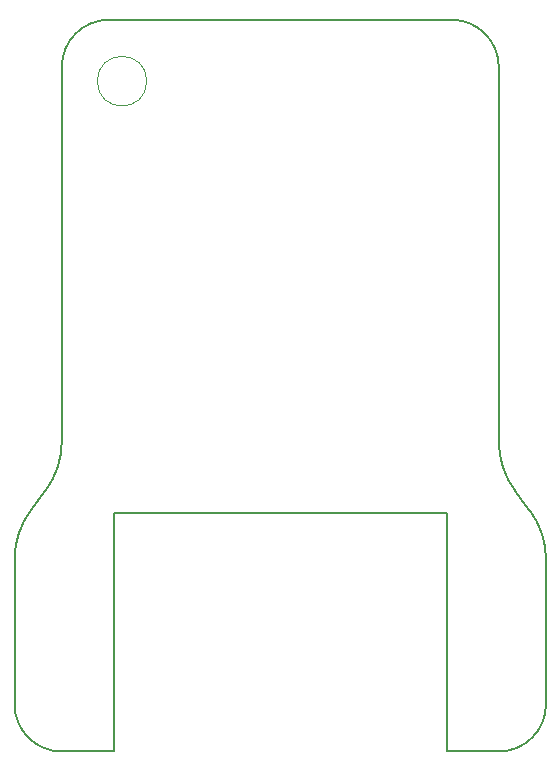
<source format=gbr>
%TF.GenerationSoftware,KiCad,Pcbnew,9.0.6*%
%TF.CreationDate,2025-11-04T19:28:31-06:00*%
%TF.ProjectId,PD_Board_v3,50445f42-6f61-4726-945f-76332e6b6963,rev?*%
%TF.SameCoordinates,Original*%
%TF.FileFunction,Profile,NP*%
%FSLAX46Y46*%
G04 Gerber Fmt 4.6, Leading zero omitted, Abs format (unit mm)*
G04 Created by KiCad (PCBNEW 9.0.6) date 2025-11-04 19:28:31*
%MOMM*%
%LPD*%
G01*
G04 APERTURE LIST*
%TA.AperFunction,Profile*%
%ADD10C,0.200000*%
%TD*%
%TA.AperFunction,Profile*%
%ADD11C,0.100000*%
%TD*%
G04 APERTURE END LIST*
D10*
X163400002Y-87700001D02*
G75*
G02*
X162000001Y-83500001I5599998J4200001D01*
G01*
X166000002Y-105750001D02*
G75*
G02*
X162000002Y-109750002I-4000002J1D01*
G01*
X125000002Y-109750001D02*
G75*
G02*
X120999999Y-105750002I-2J4000001D01*
G01*
X166000002Y-93500001D02*
X166000002Y-105750001D01*
X158000002Y-47797439D02*
G75*
G02*
X161999961Y-51797441I-2J-3999961D01*
G01*
X121000002Y-93500002D02*
G75*
G02*
X122400003Y-89300000I6999998J2D01*
G01*
X129400002Y-89550001D02*
X129400002Y-109750001D01*
X125000002Y-83500000D02*
G75*
G02*
X123600001Y-87700002I-7000002J0D01*
G01*
X125000002Y-51797439D02*
G75*
G02*
X129000001Y-47797402I3999998J39D01*
G01*
X163400002Y-87700001D02*
X164600002Y-89300001D01*
X157600002Y-89550001D02*
X157600002Y-109750001D01*
X123600001Y-87700002D02*
X122400003Y-89300000D01*
X125000002Y-109750001D02*
X129400002Y-109750001D01*
X158000002Y-47797439D02*
X129000001Y-47797439D01*
X162000002Y-109750001D02*
X157600002Y-109750001D01*
X121000002Y-93500002D02*
X121000002Y-105750002D01*
X162000002Y-51797441D02*
X162000002Y-83500001D01*
X129400002Y-89550001D02*
X157600002Y-89550001D01*
X162000004Y-51797441D02*
X162000002Y-51797441D01*
X125000002Y-51797439D02*
X125000002Y-83500000D01*
X164600002Y-89300001D02*
G75*
G02*
X166000001Y-93500001I-5600002J-4199999D01*
G01*
D11*
%TO.C,J3*%
X132200000Y-53000000D02*
G75*
G02*
X128000000Y-53000000I-2100000J0D01*
G01*
X128000000Y-53000000D02*
G75*
G02*
X132200000Y-53000000I2100000J0D01*
G01*
%TD*%
M02*

</source>
